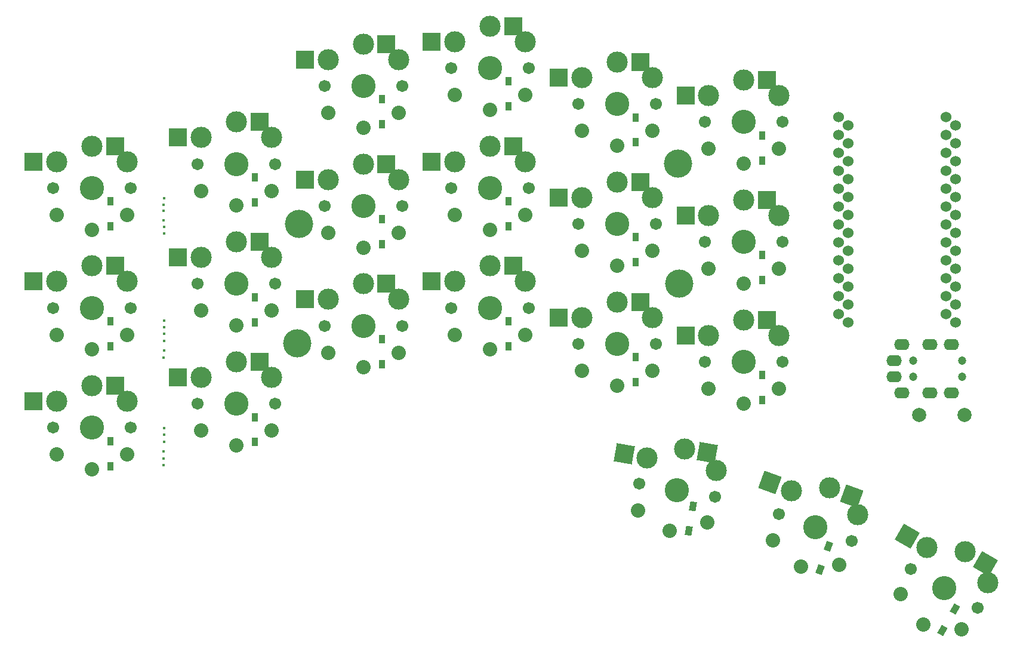
<source format=gbr>
%TF.GenerationSoftware,KiCad,Pcbnew,7.0.6*%
%TF.CreationDate,2023-09-19T12:27:45+07:00*%
%TF.ProjectId,dream,64726561-6d2e-46b6-9963-61645f706362,rev?*%
%TF.SameCoordinates,Original*%
%TF.FileFunction,Soldermask,Top*%
%TF.FilePolarity,Negative*%
%FSLAX46Y46*%
G04 Gerber Fmt 4.6, Leading zero omitted, Abs format (unit mm)*
G04 Created by KiCad (PCBNEW 7.0.6) date 2023-09-19 12:27:45*
%MOMM*%
%LPD*%
G01*
G04 APERTURE LIST*
G04 Aperture macros list*
%AMRotRect*
0 Rectangle, with rotation*
0 The origin of the aperture is its center*
0 $1 length*
0 $2 width*
0 $3 Rotation angle, in degrees counterclockwise*
0 Add horizontal line*
21,1,$1,$2,0,0,$3*%
G04 Aperture macros list end*
%ADD10C,0.393700*%
%ADD11C,0.500000*%
%ADD12C,4.000000*%
%ADD13C,1.701800*%
%ADD14C,3.000000*%
%ADD15C,3.429000*%
%ADD16C,2.032000*%
%ADD17R,2.600000X2.600000*%
%ADD18C,1.200000*%
%ADD19O,2.200000X1.600000*%
%ADD20C,2.000000*%
%ADD21RotRect,2.600000X2.600000X340.000000*%
%ADD22RotRect,2.600000X2.600000X330.000000*%
%ADD23RotRect,2.600000X2.600000X350.000000*%
%ADD24C,1.524000*%
%ADD25R,0.950000X1.300000*%
%ADD26RotRect,1.300000X0.950000X60.000000*%
%ADD27RotRect,1.300000X0.950000X80.000000*%
%ADD28RotRect,1.300000X0.950000X70.000000*%
G04 APERTURE END LIST*
D10*
%TO.C,H13*%
X10240000Y28515000D03*
%TD*%
D11*
%TO.C,H20*%
X81620000Y37435000D03*
X82060000Y38495000D03*
X82060000Y36375000D03*
X83120000Y38935000D03*
D12*
X83120000Y37435000D03*
D11*
X83120000Y35935000D03*
X84180000Y38495000D03*
X84180000Y36375000D03*
X84620000Y37435000D03*
%TD*%
D13*
%TO.C,S17*%
X69000000Y11900000D03*
D14*
X69500000Y15650000D03*
X74500000Y17850000D03*
D15*
X74500000Y11900000D03*
D14*
X79500000Y15650000D03*
D13*
X80000000Y11900000D03*
D16*
X74500000Y6000000D03*
D17*
X77775000Y17850000D03*
X66225000Y15650000D03*
D16*
X69500000Y8100000D03*
X79500000Y8100000D03*
%TD*%
D10*
%TO.C,H5*%
X10270000Y15176700D03*
%TD*%
D11*
%TO.C,H21*%
X27900000Y28935000D03*
X28340000Y29995000D03*
X28340000Y27875000D03*
X29400000Y30435000D03*
D12*
X29400000Y28935000D03*
D11*
X29400000Y27435000D03*
X30460000Y29995000D03*
X30460000Y27875000D03*
X30900000Y28935000D03*
%TD*%
D18*
%TO.C,U2*%
X123492500Y9522500D03*
X116492500Y9522500D03*
X123492500Y7222500D03*
X116492500Y7222500D03*
D19*
X113792500Y9522500D03*
X113792500Y7222500D03*
X114892500Y11822500D03*
X114892500Y4922500D03*
X118892500Y11822500D03*
X118892500Y4922500D03*
X121892500Y11822500D03*
X121892500Y4922500D03*
%TD*%
D20*
%TO.C,SW1*%
X123820000Y1785000D03*
X117320000Y1785000D03*
%TD*%
D13*
%TO.C,S4*%
X51000000Y51000000D03*
D14*
X51500000Y54750000D03*
X56500000Y56950000D03*
D15*
X56500000Y51000000D03*
D14*
X61500000Y54750000D03*
D13*
X62000000Y51000000D03*
D16*
X56500000Y45100000D03*
D17*
X59775000Y56950000D03*
X48225000Y54750000D03*
D16*
X51500000Y47200000D03*
X61500000Y47200000D03*
%TD*%
D13*
%TO.C,S8*%
X15000000Y20400000D03*
D14*
X15500000Y24150000D03*
X20500000Y26350000D03*
D15*
X20500000Y20400000D03*
D14*
X25500000Y24150000D03*
D13*
X26000000Y20400000D03*
D16*
X20500000Y14500000D03*
D17*
X23775000Y26350000D03*
X12225000Y24150000D03*
D16*
X15500000Y16600000D03*
X25500000Y16600000D03*
%TD*%
D10*
%TO.C,H14*%
X10210000Y29395000D03*
%TD*%
%TO.C,H1*%
X10230000Y-45000D03*
%TD*%
D13*
%TO.C,S6*%
X87000000Y43350000D03*
D14*
X87500000Y47100000D03*
X92500000Y49300000D03*
D15*
X92500000Y43350000D03*
D14*
X97500000Y47100000D03*
D13*
X98000000Y43350000D03*
D16*
X92500000Y37450000D03*
D17*
X95775000Y49300000D03*
X84225000Y47100000D03*
D16*
X87500000Y39550000D03*
X97500000Y39550000D03*
%TD*%
D10*
%TO.C,H18*%
X10200000Y30755000D03*
%TD*%
D13*
%TO.C,S20*%
X97481691Y-12263890D03*
D14*
X99234113Y-8911052D03*
X104685020Y-8553829D03*
D15*
X102650000Y-14145000D03*
D14*
X108631039Y-12331254D03*
D13*
X107818310Y-16026111D03*
D16*
X100632081Y-19689187D03*
D21*
X107762514Y-9673945D03*
X96156619Y-7790936D03*
D16*
X96651861Y-16005732D03*
X106048787Y-19425933D03*
%TD*%
D10*
%TO.C,H15*%
X10210000Y-5295000D03*
%TD*%
D13*
%TO.C,S12*%
X87000000Y26350000D03*
D14*
X87500000Y30100000D03*
X92500000Y32300000D03*
D15*
X92500000Y26350000D03*
D14*
X97500000Y30100000D03*
D13*
X98000000Y26350000D03*
D16*
X92500000Y20450000D03*
D17*
X95775000Y32300000D03*
X84225000Y30100000D03*
D16*
X87500000Y22550000D03*
X97500000Y22550000D03*
%TD*%
D10*
%TO.C,H8*%
X10210000Y9915000D03*
%TD*%
D13*
%TO.C,S14*%
X15000000Y3400000D03*
D14*
X15500000Y7150000D03*
X20500000Y9350000D03*
D15*
X20500000Y3400000D03*
D14*
X25500000Y7150000D03*
D13*
X26000000Y3400000D03*
D16*
X20500000Y-2500000D03*
D17*
X23775000Y9350000D03*
X12225000Y7150000D03*
D16*
X15500000Y-400000D03*
X25500000Y-400000D03*
%TD*%
D13*
%TO.C,S10*%
X51000000Y34000000D03*
D14*
X51500000Y37750000D03*
X56500000Y39950000D03*
D15*
X56500000Y34000000D03*
D14*
X61500000Y37750000D03*
D13*
X62000000Y34000000D03*
D16*
X56500000Y28100000D03*
D17*
X59775000Y39950000D03*
X48225000Y37750000D03*
D16*
X51500000Y30200000D03*
X61500000Y30200000D03*
%TD*%
D13*
%TO.C,S13*%
X-5500000Y0D03*
D14*
X-5000000Y3750000D03*
X0Y5950000D03*
D15*
X0Y0D03*
D14*
X5000000Y3750000D03*
D13*
X5500000Y0D03*
D16*
X0Y-5900000D03*
D17*
X3275000Y5950000D03*
X-8275000Y3750000D03*
D16*
X-5000000Y-3800000D03*
X5000000Y-3800000D03*
%TD*%
D13*
%TO.C,S16*%
X51000000Y17000000D03*
D14*
X51500000Y20750000D03*
X56500000Y22950000D03*
D15*
X56500000Y17000000D03*
D14*
X61500000Y20750000D03*
D13*
X62000000Y17000000D03*
D16*
X56500000Y11100000D03*
D17*
X59775000Y22950000D03*
X48225000Y20750000D03*
D16*
X51500000Y13200000D03*
X61500000Y13200000D03*
%TD*%
D10*
%TO.C,H4*%
X10180000Y-3375000D03*
%TD*%
%TO.C,H16*%
X10200000Y31638575D03*
%TD*%
%TO.C,H17*%
X10220000Y32565000D03*
%TD*%
%TO.C,H9*%
X10250000Y27575000D03*
%TD*%
%TO.C,H2*%
X10230000Y-1011425D03*
%TD*%
D13*
%TO.C,S7*%
X-5500000Y17000000D03*
D14*
X-5000000Y20750000D03*
X0Y22950000D03*
D15*
X0Y17000000D03*
D14*
X5000000Y20750000D03*
D13*
X5500000Y17000000D03*
D16*
X0Y11100000D03*
D17*
X3275000Y22950000D03*
X-8275000Y20750000D03*
D16*
X-5000000Y13200000D03*
X5000000Y13200000D03*
%TD*%
D10*
%TO.C,H3*%
X10220000Y-1971425D03*
%TD*%
D13*
%TO.C,S21*%
X116163896Y-20003248D03*
D14*
X118471909Y-17005653D03*
X123902036Y-17600397D03*
D15*
X120927036Y-22753248D03*
D14*
X127132163Y-22005653D03*
D13*
X125690176Y-25503248D03*
D16*
X117977036Y-27862798D03*
D22*
X126738269Y-19237897D03*
X115635676Y-15368153D03*
D16*
X114696909Y-23544144D03*
X123357163Y-28544144D03*
%TD*%
D13*
%TO.C,S11*%
X69000000Y28900000D03*
D14*
X69500000Y32650000D03*
X74500000Y34850000D03*
D15*
X74500000Y28900000D03*
D14*
X79500000Y32650000D03*
D13*
X80000000Y28900000D03*
D16*
X74500000Y23000000D03*
D17*
X77775000Y34850000D03*
X66225000Y32650000D03*
D16*
X69500000Y25100000D03*
X79500000Y25100000D03*
%TD*%
D13*
%TO.C,S18*%
X87000000Y9350000D03*
D14*
X87500000Y13100000D03*
X92500000Y15300000D03*
D15*
X92500000Y9350000D03*
D14*
X97500000Y13100000D03*
D13*
X98000000Y9350000D03*
D16*
X92500000Y3450000D03*
D17*
X95775000Y15300000D03*
X84225000Y13100000D03*
D16*
X87500000Y5550000D03*
X97500000Y5550000D03*
%TD*%
D13*
%TO.C,S3*%
X33000000Y48450000D03*
D14*
X33500000Y52200000D03*
X38500000Y54400000D03*
D15*
X38500000Y48450000D03*
D14*
X43500000Y52200000D03*
D13*
X44000000Y48450000D03*
D16*
X38500000Y42550000D03*
D17*
X41775000Y54400000D03*
X30225000Y52200000D03*
D16*
X33500000Y44650000D03*
X43500000Y44650000D03*
%TD*%
D10*
%TO.C,H11*%
X10230000Y10925000D03*
%TD*%
D13*
%TO.C,S19*%
X77605600Y-7888477D03*
D14*
X78749185Y-4282272D03*
X84055249Y-2983935D03*
D15*
X83022043Y-8843542D03*
D14*
X88597262Y-6018753D03*
D13*
X88438485Y-9798607D03*
D16*
X81997518Y-14653907D03*
D23*
X87280495Y-3552633D03*
X75523939Y-3713574D03*
D16*
X77438141Y-11717570D03*
X87286218Y-13454052D03*
%TD*%
D11*
%TO.C,H22*%
X81790000Y20455000D03*
X82230000Y21515000D03*
X82230000Y19395000D03*
X83290000Y21955000D03*
D12*
X83290000Y20455000D03*
D11*
X83290000Y18955000D03*
X84350000Y21515000D03*
X84350000Y19395000D03*
X84790000Y20455000D03*
%TD*%
D10*
%TO.C,H10*%
X10270000Y12325000D03*
%TD*%
D13*
%TO.C,S9*%
X33000000Y31450000D03*
D14*
X33500000Y35200000D03*
X38500000Y37400000D03*
D15*
X38500000Y31450000D03*
D14*
X43500000Y35200000D03*
D13*
X44000000Y31450000D03*
D16*
X38500000Y25550000D03*
D17*
X41775000Y37400000D03*
X30225000Y35200000D03*
D16*
X33500000Y27650000D03*
X43500000Y27650000D03*
%TD*%
D13*
%TO.C,S5*%
X69000000Y45900000D03*
D14*
X69500000Y49650000D03*
X74500000Y51850000D03*
D15*
X74500000Y45900000D03*
D14*
X79500000Y49650000D03*
D13*
X80000000Y45900000D03*
D16*
X74500000Y40000000D03*
D17*
X77775000Y51850000D03*
X66225000Y49650000D03*
D16*
X69500000Y42100000D03*
X79500000Y42100000D03*
%TD*%
D13*
%TO.C,S15*%
X33000000Y14450000D03*
D14*
X33500000Y18200000D03*
X38500000Y20400000D03*
D15*
X38500000Y14450000D03*
D14*
X43500000Y18200000D03*
D13*
X44000000Y14450000D03*
D16*
X38500000Y8550000D03*
D17*
X41775000Y20400000D03*
X30225000Y18200000D03*
D16*
X33500000Y10650000D03*
X43500000Y10650000D03*
%TD*%
D11*
%TO.C,H19*%
X27660000Y11935000D03*
X28100000Y12995000D03*
X28100000Y10875000D03*
X29160000Y13435000D03*
D12*
X29160000Y11935000D03*
D11*
X29160000Y10435000D03*
X30220000Y12995000D03*
X30220000Y10875000D03*
X30660000Y11935000D03*
%TD*%
D10*
%TO.C,H7*%
X10280000Y13295000D03*
%TD*%
%TO.C,H12*%
X10180000Y-4355000D03*
%TD*%
D13*
%TO.C,S2*%
X15000000Y37400000D03*
D14*
X15500000Y41150000D03*
X20500000Y43350000D03*
D15*
X20500000Y37400000D03*
D14*
X25500000Y41150000D03*
D13*
X26000000Y37400000D03*
D16*
X20500000Y31500000D03*
D17*
X23775000Y43350000D03*
X12225000Y41150000D03*
D16*
X15500000Y33600000D03*
X25500000Y33600000D03*
%TD*%
D10*
%TO.C,H6*%
X10270000Y14245000D03*
%TD*%
D24*
%TO.C,U1*%
X105950000Y44075000D03*
X122488815Y42879255D03*
X105950000Y41535000D03*
X122488815Y40339255D03*
X105950000Y38995000D03*
X122488815Y37799255D03*
X105950000Y36455000D03*
X122488815Y35259255D03*
X105950000Y33915000D03*
X122488815Y32719255D03*
X105950000Y31375000D03*
X122488815Y30179255D03*
X105950000Y28835000D03*
X122488815Y27639255D03*
X105950000Y26295000D03*
X122488815Y25099255D03*
X105950000Y23755000D03*
X122488815Y22559255D03*
X105950000Y21215000D03*
X122488815Y20019255D03*
X105950000Y18675000D03*
X122488815Y17479255D03*
X105950000Y16135000D03*
X122488815Y14939255D03*
X107248815Y14939255D03*
X121190000Y16135000D03*
X107248815Y17479255D03*
X121190000Y18675000D03*
X107248815Y20019255D03*
X121190000Y21215000D03*
X107248815Y22559255D03*
X121190000Y23755000D03*
X107248815Y25099255D03*
X121190000Y26295000D03*
X107248815Y27639255D03*
X121190000Y28835000D03*
X107248815Y30179255D03*
X121190000Y31375000D03*
X107248815Y32719255D03*
X121190000Y33915000D03*
X107248815Y35259255D03*
X121190000Y36455000D03*
X107248815Y37799255D03*
X121190000Y38995000D03*
X107248815Y40339255D03*
X121190000Y41535000D03*
X107248815Y42879255D03*
X121190000Y44075000D03*
%TD*%
D13*
%TO.C,S1*%
X-5500000Y34000000D03*
D14*
X-5000000Y37750000D03*
X0Y39950000D03*
D15*
X0Y34000000D03*
D14*
X5000000Y37750000D03*
D13*
X5500000Y34000000D03*
D16*
X0Y28100000D03*
D17*
X3275000Y39950000D03*
X-8275000Y37750000D03*
D16*
X-5000000Y30200000D03*
X5000000Y30200000D03*
%TD*%
D25*
%TO.C,D8*%
X23130000Y14965000D03*
X23130000Y18515000D03*
%TD*%
%TO.C,D6*%
X95130000Y37915000D03*
X95130000Y41465000D03*
%TD*%
%TO.C,D15*%
X41130000Y9015000D03*
X41130000Y12565000D03*
%TD*%
D26*
%TO.C,D21*%
X120682500Y-28792195D03*
X122457500Y-25717805D03*
%TD*%
D25*
%TO.C,D5*%
X77130000Y40465000D03*
X77130000Y44015000D03*
%TD*%
D27*
%TO.C,D19*%
X84668309Y-14652667D03*
X85284761Y-11156599D03*
%TD*%
D25*
%TO.C,D17*%
X77130000Y6465000D03*
X77130000Y10015000D03*
%TD*%
%TO.C,D4*%
X59130000Y45565000D03*
X59130000Y49115000D03*
%TD*%
%TO.C,D14*%
X23130000Y-2035000D03*
X23130000Y1515000D03*
%TD*%
%TO.C,D9*%
X41130000Y26015000D03*
X41130000Y29565000D03*
%TD*%
%TO.C,D3*%
X41130000Y43015000D03*
X41130000Y46565000D03*
%TD*%
%TO.C,D13*%
X2630000Y-5435000D03*
X2630000Y-1885000D03*
%TD*%
%TO.C,D10*%
X59130000Y28565000D03*
X59130000Y32115000D03*
%TD*%
%TO.C,D1*%
X2630000Y28565000D03*
X2630000Y32115000D03*
%TD*%
%TO.C,D18*%
X95130000Y3915000D03*
X95130000Y7465000D03*
%TD*%
%TO.C,D11*%
X77130000Y23465000D03*
X77130000Y27015000D03*
%TD*%
%TO.C,D16*%
X59130000Y11565000D03*
X59130000Y15115000D03*
%TD*%
%TO.C,D2*%
X23130000Y31965000D03*
X23130000Y35515000D03*
%TD*%
%TO.C,D7*%
X2630000Y11565000D03*
X2630000Y15115000D03*
%TD*%
D28*
%TO.C,D20*%
X103262513Y-20151742D03*
X104476685Y-16815834D03*
%TD*%
D25*
%TO.C,D12*%
X95130000Y20915000D03*
X95130000Y24465000D03*
%TD*%
M02*

</source>
